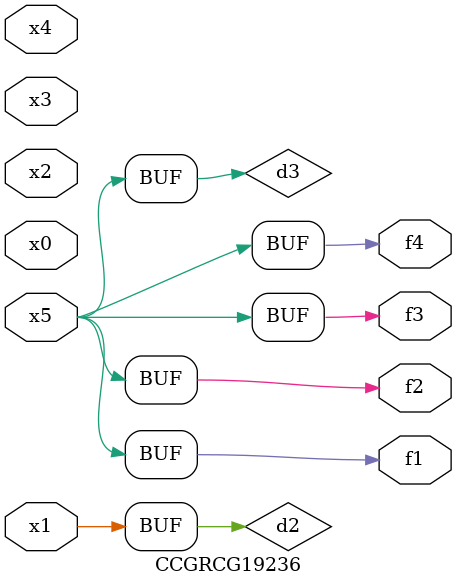
<source format=v>
module CCGRCG19236(
	input x0, x1, x2, x3, x4, x5,
	output f1, f2, f3, f4
);

	wire d1, d2, d3;

	not (d1, x5);
	or (d2, x1);
	xnor (d3, d1);
	assign f1 = d3;
	assign f2 = d3;
	assign f3 = d3;
	assign f4 = d3;
endmodule

</source>
